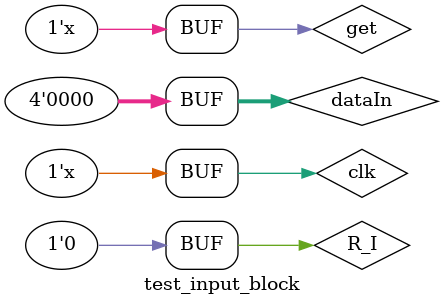
<source format=v>
`timescale 1ns / 1ps

module test_input_block();

reg clk, R_I, get;
reg [3:0] dataIn;

wire R_O;
wire [19:0] dataOut;

input_block in (
    .clk(clk), .dataIn(dataIn), .set(R_I), .R_O(R_O), .dataOut(dataOut), .get(get)
);

initial
begin
    clk = 0;
    get = 0;
    
    dataIn = 4'h0;
    R_I = 0;
    #10
    R_I = 1;
    #10
    
    dataIn = 4'h7;
    R_I = 0;
    #10
    R_I = 1;
    #10
    
    dataIn = 4'h0;
    R_I = 0;
    #10
    R_I = 1;
    #10
    
    dataIn = 4'h5;
    R_I = 0;
    #10
    R_I = 1;
    #10
    
    dataIn = 4'h0;
    R_I = 0;
    #10
    R_I = 1;
    #10
    
    //----------------------------------//dataIn = 20'h70897;
    
    //dataIn = 20'h70897;
    dataIn = 4'h7;
    R_I = 0;
    #10
    R_I = 1;
    #10
    
    dataIn = 4'h0;
    R_I = 0;
    #10
    R_I = 1;
    #10
    
    dataIn = 4'h8;
    R_I = 0;
    #10
    R_I = 1;
    #10
    
    dataIn = 4'h9;
    R_I = 0;
    #10
    R_I = 1;
    #10
    
    dataIn = 4'h7;
    R_I = 0;
    #10
    R_I = 1;
    #10
    
    //---------------------------------//dataIn = 20'h08005;
    
    //dataIn = 20'h08005;
    dataIn = 4'h0;
    R_I = 0;
    #10
    R_I = 1;
    #10
    
    dataIn = 4'h8;
    R_I = 0;
    #10
    R_I = 1;
    #10
    
    dataIn = 4'h0;
    R_I = 0;
    #10
    R_I = 1;
    #10
    
    dataIn = 4'h0;
    R_I = 0;
    #10
    R_I = 1;
    #10
    
    dataIn = 4'h5;
    R_I = 0;
    #10
    R_I = 1;
    #10
    
    //-----------------------------------------//dataIn = 20'h5900F;
    
    //dataIn = 20'h5900F;
    dataIn = 4'h5;
    R_I = 0;
    #10
    R_I = 1;
    #10
    
    dataIn = 4'h9;
    R_I = 0;
    #10
    R_I = 1;
    #10
    
    dataIn = 4'h0;
    R_I = 0;
    #10
    R_I = 1;
    #10
    
    dataIn = 4'h0;
    R_I = 0;
    #10
    R_I = 1;
    #10
    
    dataIn = 4'hF;
    R_I = 0;
    #10
    R_I = 1;
    #10
    
    //----------------------------------------//dataIn = 20'h075f0;
    
    //dataIn = 20'h075f0;
    dataIn = 4'h0;
    R_I = 0;
    #10
    R_I = 1;
    #10
    
    dataIn = 4'h7;
    R_I = 0;
    #10
    R_I = 1;
    #10
    
    dataIn = 4'h5;
    R_I = 0;
    #10
    R_I = 1;
    #10
    
    dataIn = 4'hF;
    R_I = 0;
    #10
    R_I = 1;
    #10
    
    dataIn = 4'h0;
    R_I = 0;
    #10
    R_I = 1;
    #10
    R_I = 0;
end

always #10 clk = ~clk;

always #20 get = ~get;

endmodule

</source>
